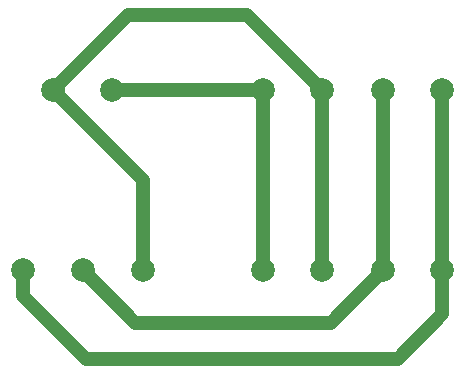
<source format=gbl>
G04 Layer: BottomLayer*
G04 EasyEDA v6.5.43, 2024-07-05 18:18:57*
G04 3cc891f10281484faf5b1308816f21d3,cc13f507e4144743b0c78f9bb9a039b6,10*
G04 Gerber Generator version 0.2*
G04 Scale: 100 percent, Rotated: No, Reflected: No *
G04 Dimensions in millimeters *
G04 leading zeros omitted , absolute positions ,4 integer and 5 decimal *
%FSLAX45Y45*%
%MOMM*%

%ADD10C,1.2000*%
%ADD11C,2.0000*%

%LPD*%
D10*
X1778000Y4572000D02*
G01*
X2222500Y4127500D01*
X3877056Y4127500D01*
X4321556Y4572000D01*
X4321558Y6096002D02*
G01*
X4321558Y4572002D01*
X3305558Y4572002D02*
G01*
X3305558Y6096002D01*
X2028446Y6096002D02*
G01*
X3305558Y6096002D01*
X3806446Y6096002D02*
G01*
X3806446Y4572002D01*
X4822446Y6096002D02*
G01*
X4822446Y4572002D01*
X2286002Y4572002D02*
G01*
X2286002Y5337558D01*
X1527558Y6096002D01*
X3806443Y6096000D02*
G01*
X3171443Y6731000D01*
X2162556Y6731000D01*
X1527555Y6096000D01*
X1270000Y4572000D02*
G01*
X1270000Y4356100D01*
X1803400Y3822700D01*
X4445000Y3822700D01*
X4822443Y4200144D01*
X4822443Y4572000D01*
D11*
G01*
X3806443Y6096000D03*
G01*
X3305556Y6096000D03*
G01*
X3305556Y4572000D03*
G01*
X3806443Y4572000D03*
G01*
X4321556Y4572000D03*
G01*
X4822443Y4572000D03*
G01*
X4822443Y6096000D03*
G01*
X4321556Y6096000D03*
G01*
X2028443Y6096000D03*
G01*
X1527555Y6096000D03*
G01*
X2286000Y4572000D03*
G01*
X1270000Y4572000D03*
G01*
X1778000Y4572000D03*
M02*

</source>
